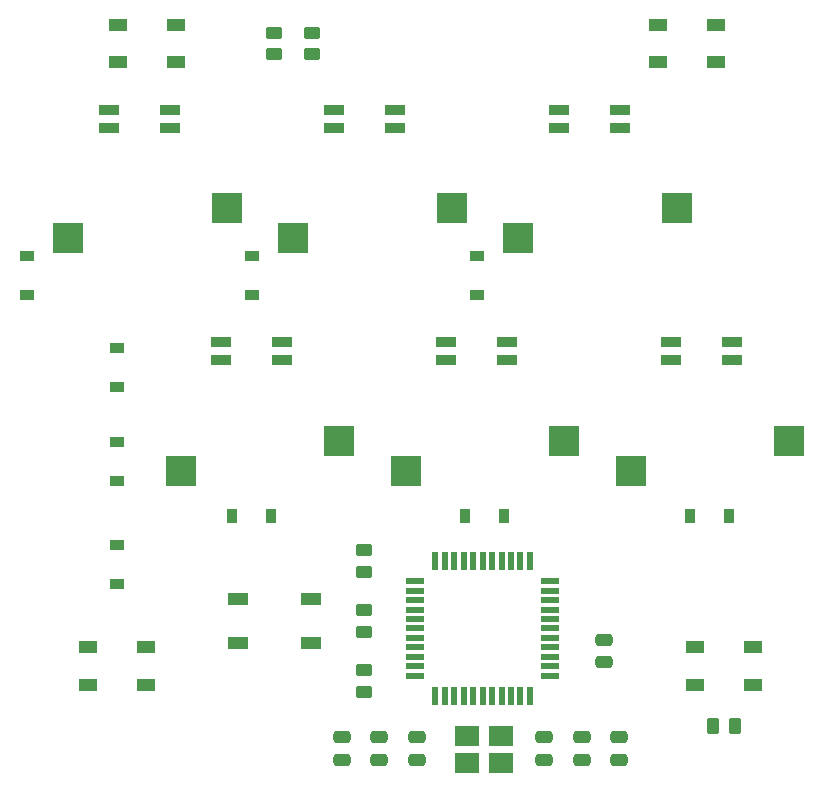
<source format=gbr>
%TF.GenerationSoftware,KiCad,Pcbnew,(6.0.5)*%
%TF.CreationDate,2022-06-18T08:00:55+07:00*%
%TF.ProjectId,atelier-alter,6174656c-6965-4722-9d61-6c7465722e6b,rev?*%
%TF.SameCoordinates,Original*%
%TF.FileFunction,Paste,Bot*%
%TF.FilePolarity,Positive*%
%FSLAX46Y46*%
G04 Gerber Fmt 4.6, Leading zero omitted, Abs format (unit mm)*
G04 Created by KiCad (PCBNEW (6.0.5)) date 2022-06-18 08:00:55*
%MOMM*%
%LPD*%
G01*
G04 APERTURE LIST*
G04 Aperture macros list*
%AMRoundRect*
0 Rectangle with rounded corners*
0 $1 Rounding radius*
0 $2 $3 $4 $5 $6 $7 $8 $9 X,Y pos of 4 corners*
0 Add a 4 corners polygon primitive as box body*
4,1,4,$2,$3,$4,$5,$6,$7,$8,$9,$2,$3,0*
0 Add four circle primitives for the rounded corners*
1,1,$1+$1,$2,$3*
1,1,$1+$1,$4,$5*
1,1,$1+$1,$6,$7*
1,1,$1+$1,$8,$9*
0 Add four rect primitives between the rounded corners*
20,1,$1+$1,$2,$3,$4,$5,0*
20,1,$1+$1,$4,$5,$6,$7,0*
20,1,$1+$1,$6,$7,$8,$9,0*
20,1,$1+$1,$8,$9,$2,$3,0*%
G04 Aperture macros list end*
%ADD10R,1.800000X0.900000*%
%ADD11R,2.550000X2.500000*%
%ADD12R,1.500000X1.000000*%
%ADD13R,1.500000X0.550000*%
%ADD14R,0.550000X1.500000*%
%ADD15RoundRect,0.250000X-0.475000X0.250000X-0.475000X-0.250000X0.475000X-0.250000X0.475000X0.250000X0*%
%ADD16RoundRect,0.250000X-0.450000X0.262500X-0.450000X-0.262500X0.450000X-0.262500X0.450000X0.262500X0*%
%ADD17R,1.200000X0.900000*%
%ADD18RoundRect,0.250000X0.475000X-0.250000X0.475000X0.250000X-0.475000X0.250000X-0.475000X-0.250000X0*%
%ADD19RoundRect,0.250000X0.450000X-0.262500X0.450000X0.262500X-0.450000X0.262500X-0.450000X-0.262500X0*%
%ADD20R,0.900000X1.200000*%
%ADD21R,2.100000X1.800000*%
%ADD22R,1.800000X1.100000*%
%ADD23RoundRect,0.250000X0.262500X0.450000X-0.262500X0.450000X-0.262500X-0.450000X0.262500X-0.450000X0*%
G04 APERTURE END LIST*
D10*
%TO.C,MX6*%
X184210000Y-96030000D03*
X184210000Y-94530000D03*
X179010000Y-96030000D03*
X179010000Y-94530000D03*
D11*
X189020000Y-102870000D03*
X175595000Y-105410000D03*
%TD*%
D10*
%TO.C,MX5*%
X165160000Y-96030000D03*
X165160000Y-94530000D03*
X159960000Y-96030000D03*
X159960000Y-94530000D03*
D11*
X169970000Y-102870000D03*
X156545000Y-105410000D03*
%TD*%
D10*
%TO.C,MX4*%
X146110000Y-96030000D03*
X146110000Y-94530000D03*
X140910000Y-96030000D03*
X140910000Y-94530000D03*
D11*
X150920000Y-102870000D03*
X137495000Y-105410000D03*
%TD*%
D10*
%TO.C,MX3*%
X174685000Y-76345000D03*
X174685000Y-74845000D03*
X169485000Y-76345000D03*
X169485000Y-74845000D03*
D11*
X179495000Y-83185000D03*
X166070000Y-85725000D03*
%TD*%
D10*
%TO.C,MX1*%
X136585000Y-76345000D03*
X136585000Y-74845000D03*
X131385000Y-76345000D03*
X131385000Y-74845000D03*
D11*
X141395000Y-83185000D03*
X127970000Y-85725000D03*
%TD*%
D10*
%TO.C,MX2*%
X155635000Y-76345000D03*
X155635000Y-74845000D03*
X150435000Y-76345000D03*
X150435000Y-74845000D03*
D11*
X160445000Y-83185000D03*
X147020000Y-85725000D03*
%TD*%
D12*
%TO.C,D2*%
X181065000Y-123520000D03*
X181065000Y-120320000D03*
X185965000Y-120320000D03*
X185965000Y-123520000D03*
%TD*%
D13*
%TO.C,U1*%
X168761400Y-114745000D03*
X168761400Y-115545000D03*
X168761400Y-116345000D03*
X168761400Y-117145000D03*
X168761400Y-117945000D03*
X168761400Y-118745000D03*
X168761400Y-119545000D03*
X168761400Y-120345000D03*
X168761400Y-121145000D03*
X168761400Y-121945000D03*
X168761400Y-122745000D03*
D14*
X167061400Y-124445000D03*
X166261400Y-124445000D03*
X165461400Y-124445000D03*
X164661400Y-124445000D03*
X163861400Y-124445000D03*
X163061400Y-124445000D03*
X162261400Y-124445000D03*
X161461400Y-124445000D03*
X160661400Y-124445000D03*
X159861400Y-124445000D03*
X159061400Y-124445000D03*
D13*
X157361400Y-122745000D03*
X157361400Y-121945000D03*
X157361400Y-121145000D03*
X157361400Y-120345000D03*
X157361400Y-119545000D03*
X157361400Y-118745000D03*
X157361400Y-117945000D03*
X157361400Y-117145000D03*
X157361400Y-116345000D03*
X157361400Y-115545000D03*
X157361400Y-114745000D03*
D14*
X159061400Y-113045000D03*
X159861400Y-113045000D03*
X160661400Y-113045000D03*
X161461400Y-113045000D03*
X162261400Y-113045000D03*
X163061400Y-113045000D03*
X163861400Y-113045000D03*
X164661400Y-113045000D03*
X165461400Y-113045000D03*
X166261400Y-113045000D03*
X167061400Y-113045000D03*
%TD*%
D15*
%TO.C,C7*%
X151130000Y-127955000D03*
X151130000Y-129855000D03*
%TD*%
D16*
%TO.C,R4*%
X145415000Y-68302500D03*
X145415000Y-70127500D03*
%TD*%
D17*
%TO.C,D33*%
X132079900Y-114997500D03*
X132079900Y-111697500D03*
%TD*%
D12*
%TO.C,D4*%
X137070000Y-67615000D03*
X137070000Y-70815000D03*
X132170000Y-70815000D03*
X132170000Y-67615000D03*
%TD*%
D17*
%TO.C,D13*%
X162560000Y-90550000D03*
X162560000Y-87250000D03*
%TD*%
D15*
%TO.C,C6*%
X173355000Y-119700000D03*
X173355000Y-121600000D03*
%TD*%
D12*
%TO.C,D1*%
X134530000Y-120320000D03*
X134530000Y-123520000D03*
X129630000Y-123520000D03*
X129630000Y-120320000D03*
%TD*%
D18*
%TO.C,C5*%
X174625000Y-129855000D03*
X174625000Y-127955000D03*
%TD*%
D12*
%TO.C,D3*%
X182790000Y-67615000D03*
X182790000Y-70815000D03*
X177890000Y-70815000D03*
X177890000Y-67615000D03*
%TD*%
D15*
%TO.C,C4*%
X154305000Y-127955000D03*
X154305000Y-129855000D03*
%TD*%
D17*
%TO.C,D31*%
X132079900Y-98328700D03*
X132079900Y-95028700D03*
%TD*%
D19*
%TO.C,R6*%
X153035000Y-113942500D03*
X153035000Y-112117500D03*
%TD*%
D20*
%TO.C,D22*%
X164845000Y-109220000D03*
X161545000Y-109220000D03*
%TD*%
D17*
%TO.C,D11*%
X124460000Y-90550000D03*
X124460000Y-87250000D03*
%TD*%
D16*
%TO.C,R5*%
X148590000Y-68302500D03*
X148590000Y-70127500D03*
%TD*%
D18*
%TO.C,C1*%
X171450000Y-129855000D03*
X171450000Y-127955000D03*
%TD*%
D21*
%TO.C,Y1*%
X164648900Y-130175000D03*
X161748900Y-130175000D03*
X161748900Y-127875000D03*
X164648900Y-127875000D03*
%TD*%
D16*
%TO.C,R8*%
X153035000Y-122277500D03*
X153035000Y-124102500D03*
%TD*%
D20*
%TO.C,D23*%
X183895000Y-109220000D03*
X180595000Y-109220000D03*
%TD*%
D17*
%TO.C,D12*%
X143510000Y-90550000D03*
X143510000Y-87250000D03*
%TD*%
D22*
%TO.C,SW4*%
X142315000Y-119960000D03*
X148515000Y-116260000D03*
X142315000Y-116260000D03*
X148515000Y-119960000D03*
%TD*%
D23*
%TO.C,R3*%
X184427500Y-127000000D03*
X182602500Y-127000000D03*
%TD*%
D16*
%TO.C,R7*%
X153035000Y-117197500D03*
X153035000Y-119022500D03*
%TD*%
D17*
%TO.C,D32*%
X132079900Y-106266200D03*
X132079900Y-102966200D03*
%TD*%
D18*
%TO.C,C2*%
X157480000Y-129855000D03*
X157480000Y-127955000D03*
%TD*%
D15*
%TO.C,C3*%
X168275000Y-127955000D03*
X168275000Y-129855000D03*
%TD*%
D20*
%TO.C,D21*%
X145160000Y-109220000D03*
X141860000Y-109220000D03*
%TD*%
M02*

</source>
